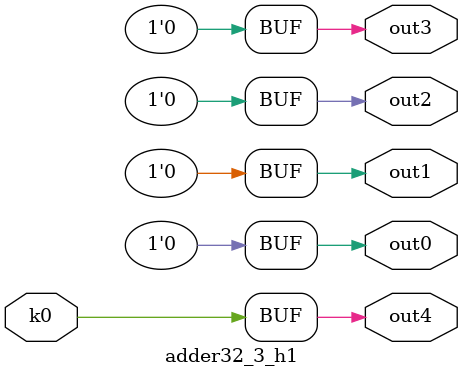
<source format=v>
module adder32_3(pi0, pi1, pi2, pi3, pi4, pi5, pi6, pi7, pi8, po0, po1, po2, po3, po4);
input pi0, pi1, pi2, pi3, pi4, pi5, pi6, pi7, pi8;
output po0, po1, po2, po3, po4;
wire k0;
adder32_3_w1 DUT1 (pi0, pi1, pi2, pi3, pi4, pi5, pi6, pi7, pi8, k0);
adder32_3_h1 DUT2 (k0, po0, po1, po2, po3, po4);
endmodule

module adder32_3_w1(in8, in7, in6, in5, in4, in3, in2, in1, in0, k0);
input in8, in7, in6, in5, in4, in3, in2, in1, in0;
output k0;
assign k0 =   in8 ? (~in4 ^ in0) : (in4 ^ in0);
endmodule

module adder32_3_h1(k0, out4, out3, out2, out1, out0);
input k0;
output out4, out3, out2, out1, out0;
assign out0 = 0;
assign out1 = 0;
assign out2 = 0;
assign out3 = 0;
assign out4 = k0;
endmodule

</source>
